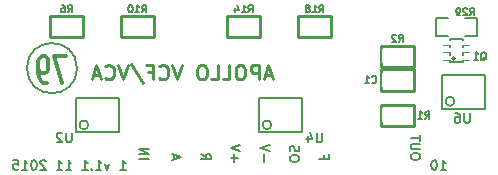
<source format=gbo>
G04 #@! TF.FileFunction,Legend,Bot*
%FSLAX46Y46*%
G04 Gerber Fmt 4.6, Leading zero omitted, Abs format (unit mm)*
G04 Created by KiCad (PCBNEW (2015-11-11 BZR 6310, Git 8f79b4f)-product) date 2015-11-18 1:22:02 PM*
%MOMM*%
G01*
G04 APERTURE LIST*
%ADD10C,0.150000*%
%ADD11C,0.152400*%
%ADD12C,0.200000*%
%ADD13C,0.300000*%
%ADD14C,0.254000*%
%ADD15C,0.066040*%
%ADD16C,0.203200*%
%ADD17C,0.127000*%
%ADD18R,1.350000X3.500000*%
%ADD19R,0.797560X0.398780*%
%ADD20R,1.143000X1.397000*%
%ADD21R,1.300480X0.299720*%
%ADD22R,0.812800X1.143000*%
G04 APERTURE END LIST*
D10*
D11*
X103602704Y-97075829D02*
X103409180Y-97617695D01*
X103215656Y-97075829D01*
X102480266Y-97617695D02*
X102944723Y-97617695D01*
X102712494Y-97617695D02*
X102712494Y-96804895D01*
X102789904Y-96921010D01*
X102867313Y-96998419D01*
X102944723Y-97037124D01*
X102131923Y-97540286D02*
X102093218Y-97578990D01*
X102131923Y-97617695D01*
X102170628Y-97578990D01*
X102131923Y-97540286D01*
X102131923Y-97617695D01*
X101319123Y-97617695D02*
X101783580Y-97617695D01*
X101551351Y-97617695D02*
X101551351Y-96804895D01*
X101628761Y-96921010D01*
X101706170Y-96998419D01*
X101783580Y-97037124D01*
X99925752Y-97617695D02*
X100390209Y-97617695D01*
X100157980Y-97617695D02*
X100157980Y-96804895D01*
X100235390Y-96921010D01*
X100312799Y-96998419D01*
X100390209Y-97037124D01*
X99151657Y-97617695D02*
X99616114Y-97617695D01*
X99383885Y-97617695D02*
X99383885Y-96804895D01*
X99461295Y-96921010D01*
X99538704Y-96998419D01*
X99616114Y-97037124D01*
X98222743Y-96882305D02*
X98184038Y-96843600D01*
X98106629Y-96804895D01*
X97913105Y-96804895D01*
X97835695Y-96843600D01*
X97796991Y-96882305D01*
X97758286Y-96959714D01*
X97758286Y-97037124D01*
X97796991Y-97153238D01*
X98261448Y-97617695D01*
X97758286Y-97617695D01*
X97255124Y-96804895D02*
X97177715Y-96804895D01*
X97100305Y-96843600D01*
X97061600Y-96882305D01*
X97022896Y-96959714D01*
X96984191Y-97114533D01*
X96984191Y-97308057D01*
X97022896Y-97462876D01*
X97061600Y-97540286D01*
X97100305Y-97578990D01*
X97177715Y-97617695D01*
X97255124Y-97617695D01*
X97332534Y-97578990D01*
X97371238Y-97540286D01*
X97409943Y-97462876D01*
X97448648Y-97308057D01*
X97448648Y-97114533D01*
X97409943Y-96959714D01*
X97371238Y-96882305D01*
X97332534Y-96843600D01*
X97255124Y-96804895D01*
X96210096Y-97617695D02*
X96674553Y-97617695D01*
X96442324Y-97617695D02*
X96442324Y-96804895D01*
X96519734Y-96921010D01*
X96597143Y-96998419D01*
X96674553Y-97037124D01*
X95474706Y-96804895D02*
X95861753Y-96804895D01*
X95900458Y-97191943D01*
X95861753Y-97153238D01*
X95784344Y-97114533D01*
X95590820Y-97114533D01*
X95513410Y-97153238D01*
X95474706Y-97191943D01*
X95436001Y-97269352D01*
X95436001Y-97462876D01*
X95474706Y-97540286D01*
X95513410Y-97578990D01*
X95590820Y-97617695D01*
X95784344Y-97617695D01*
X95861753Y-97578990D01*
X95900458Y-97540286D01*
D12*
X100871320Y-89000000D02*
G75*
G03X100871320Y-89000000I-2121320J0D01*
G01*
D13*
X99983715Y-87998143D02*
X98967715Y-87998143D01*
X99620858Y-90284143D01*
X98314571Y-90284143D02*
X98024286Y-90284143D01*
X97879143Y-90175286D01*
X97806571Y-90066429D01*
X97661429Y-89739857D01*
X97588857Y-89304429D01*
X97588857Y-88433571D01*
X97661429Y-88215857D01*
X97734000Y-88107000D01*
X97879143Y-87998143D01*
X98169429Y-87998143D01*
X98314571Y-88107000D01*
X98387143Y-88215857D01*
X98459714Y-88433571D01*
X98459714Y-88977857D01*
X98387143Y-89195571D01*
X98314571Y-89304429D01*
X98169429Y-89413286D01*
X97879143Y-89413286D01*
X97734000Y-89304429D01*
X97661429Y-89195571D01*
X97588857Y-88977857D01*
D14*
X117376457Y-89603200D02*
X116795886Y-89603200D01*
X117492572Y-89951543D02*
X117086172Y-88732343D01*
X116679772Y-89951543D01*
X116273371Y-89951543D02*
X116273371Y-88732343D01*
X115808914Y-88732343D01*
X115692800Y-88790400D01*
X115634743Y-88848457D01*
X115576686Y-88964571D01*
X115576686Y-89138743D01*
X115634743Y-89254857D01*
X115692800Y-89312914D01*
X115808914Y-89370971D01*
X116273371Y-89370971D01*
X114821943Y-88732343D02*
X114589714Y-88732343D01*
X114473600Y-88790400D01*
X114357486Y-88906514D01*
X114299428Y-89138743D01*
X114299428Y-89545143D01*
X114357486Y-89777371D01*
X114473600Y-89893486D01*
X114589714Y-89951543D01*
X114821943Y-89951543D01*
X114938057Y-89893486D01*
X115054171Y-89777371D01*
X115112228Y-89545143D01*
X115112228Y-89138743D01*
X115054171Y-88906514D01*
X114938057Y-88790400D01*
X114821943Y-88732343D01*
X113196343Y-89951543D02*
X113776914Y-89951543D01*
X113776914Y-88732343D01*
X112209372Y-89951543D02*
X112789943Y-89951543D01*
X112789943Y-88732343D01*
X111570744Y-88732343D02*
X111338515Y-88732343D01*
X111222401Y-88790400D01*
X111106287Y-88906514D01*
X111048229Y-89138743D01*
X111048229Y-89545143D01*
X111106287Y-89777371D01*
X111222401Y-89893486D01*
X111338515Y-89951543D01*
X111570744Y-89951543D01*
X111686858Y-89893486D01*
X111802972Y-89777371D01*
X111861029Y-89545143D01*
X111861029Y-89138743D01*
X111802972Y-88906514D01*
X111686858Y-88790400D01*
X111570744Y-88732343D01*
X109770973Y-88732343D02*
X109364573Y-89951543D01*
X108958173Y-88732343D01*
X107855087Y-89835429D02*
X107913144Y-89893486D01*
X108087315Y-89951543D01*
X108203429Y-89951543D01*
X108377601Y-89893486D01*
X108493715Y-89777371D01*
X108551772Y-89661257D01*
X108609829Y-89429029D01*
X108609829Y-89254857D01*
X108551772Y-89022629D01*
X108493715Y-88906514D01*
X108377601Y-88790400D01*
X108203429Y-88732343D01*
X108087315Y-88732343D01*
X107913144Y-88790400D01*
X107855087Y-88848457D01*
X106926172Y-89312914D02*
X107332572Y-89312914D01*
X107332572Y-89951543D02*
X107332572Y-88732343D01*
X106752001Y-88732343D01*
X105416686Y-88674286D02*
X106461715Y-90241829D01*
X105184458Y-88732343D02*
X104778058Y-89951543D01*
X104371658Y-88732343D01*
X103268572Y-89835429D02*
X103326629Y-89893486D01*
X103500800Y-89951543D01*
X103616914Y-89951543D01*
X103791086Y-89893486D01*
X103907200Y-89777371D01*
X103965257Y-89661257D01*
X104023314Y-89429029D01*
X104023314Y-89254857D01*
X103965257Y-89022629D01*
X103907200Y-88906514D01*
X103791086Y-88790400D01*
X103616914Y-88732343D01*
X103500800Y-88732343D01*
X103326629Y-88790400D01*
X103268572Y-88848457D01*
X102804114Y-89603200D02*
X102223543Y-89603200D01*
X102920229Y-89951543D02*
X102513829Y-88732343D01*
X102107429Y-89951543D01*
D11*
X104517771Y-97617695D02*
X104982228Y-97617695D01*
X104749999Y-97617695D02*
X104749999Y-96804895D01*
X104827409Y-96921010D01*
X104904818Y-96998419D01*
X104982228Y-97037124D01*
X131654819Y-97617695D02*
X132119276Y-97617695D01*
X131887047Y-97617695D02*
X131887047Y-96804895D01*
X131964457Y-96921010D01*
X132041866Y-96998419D01*
X132119276Y-97037124D01*
X131151657Y-96804895D02*
X131074248Y-96804895D01*
X130996838Y-96843600D01*
X130958133Y-96882305D01*
X130919429Y-96959714D01*
X130880724Y-97114533D01*
X130880724Y-97308057D01*
X130919429Y-97462876D01*
X130958133Y-97540286D01*
X130996838Y-97578990D01*
X131074248Y-97617695D01*
X131151657Y-97617695D01*
X131229067Y-97578990D01*
X131267771Y-97540286D01*
X131306476Y-97462876D01*
X131345181Y-97308057D01*
X131345181Y-97114533D01*
X131306476Y-96959714D01*
X131267771Y-96882305D01*
X131229067Y-96843600D01*
X131151657Y-96804895D01*
X106132305Y-96675752D02*
X106945105Y-96675752D01*
X106132305Y-96288704D02*
X106945105Y-96288704D01*
X106132305Y-95824247D01*
X106945105Y-95824247D01*
X129945105Y-96562800D02*
X129945105Y-96407981D01*
X129906400Y-96330572D01*
X129828990Y-96253162D01*
X129674171Y-96214457D01*
X129403238Y-96214457D01*
X129248419Y-96253162D01*
X129171010Y-96330572D01*
X129132305Y-96407981D01*
X129132305Y-96562800D01*
X129171010Y-96640210D01*
X129248419Y-96717619D01*
X129403238Y-96756324D01*
X129674171Y-96756324D01*
X129828990Y-96717619D01*
X129906400Y-96640210D01*
X129945105Y-96562800D01*
X129945105Y-95866114D02*
X129287124Y-95866114D01*
X129209714Y-95827409D01*
X129171010Y-95788705D01*
X129132305Y-95711295D01*
X129132305Y-95556476D01*
X129171010Y-95479067D01*
X129209714Y-95440362D01*
X129287124Y-95401657D01*
X129945105Y-95401657D01*
X129945105Y-95130723D02*
X129945105Y-94666266D01*
X129132305Y-94898495D02*
X129945105Y-94898495D01*
X121808057Y-96383886D02*
X121808057Y-96654819D01*
X121382305Y-96654819D02*
X122195105Y-96654819D01*
X122195105Y-96267772D01*
X119695105Y-96714457D02*
X119695105Y-96559638D01*
X119656400Y-96482229D01*
X119578990Y-96404819D01*
X119424171Y-96366114D01*
X119153238Y-96366114D01*
X118998419Y-96404819D01*
X118921010Y-96482229D01*
X118882305Y-96559638D01*
X118882305Y-96714457D01*
X118921010Y-96791867D01*
X118998419Y-96869276D01*
X119153238Y-96907981D01*
X119424171Y-96907981D01*
X119578990Y-96869276D01*
X119656400Y-96791867D01*
X119695105Y-96714457D01*
X118921010Y-96056476D02*
X118882305Y-95940362D01*
X118882305Y-95746838D01*
X118921010Y-95669428D01*
X118959714Y-95630724D01*
X119037124Y-95592019D01*
X119114533Y-95592019D01*
X119191943Y-95630724D01*
X119230648Y-95669428D01*
X119269352Y-95746838D01*
X119308057Y-95901657D01*
X119346762Y-95979066D01*
X119385467Y-96017771D01*
X119462876Y-96056476D01*
X119540286Y-96056476D01*
X119617695Y-96017771D01*
X119656400Y-95979066D01*
X119695105Y-95901657D01*
X119695105Y-95708133D01*
X119656400Y-95592019D01*
X109114533Y-96693524D02*
X109114533Y-96306476D01*
X108882305Y-96770933D02*
X109695105Y-96500000D01*
X108882305Y-96229067D01*
X111382305Y-96248419D02*
X111769352Y-96519352D01*
X111382305Y-96712876D02*
X112195105Y-96712876D01*
X112195105Y-96403238D01*
X112156400Y-96325829D01*
X112117695Y-96287124D01*
X112040286Y-96248419D01*
X111924171Y-96248419D01*
X111846762Y-96287124D01*
X111808057Y-96325829D01*
X111769352Y-96403238D01*
X111769352Y-96712876D01*
X116691943Y-96907981D02*
X116691943Y-96288705D01*
X117195105Y-96017771D02*
X116382305Y-95746838D01*
X117195105Y-95475905D01*
X114191943Y-96907981D02*
X114191943Y-96288705D01*
X113882305Y-96598343D02*
X114501581Y-96598343D01*
X114695105Y-96017771D02*
X113882305Y-95746838D01*
X114695105Y-95475905D01*
D15*
X131900180Y-88297560D02*
X131900180Y-87997840D01*
X131900180Y-87997840D02*
X132400560Y-87997840D01*
X132400560Y-88297560D02*
X132400560Y-87997840D01*
X131900180Y-88297560D02*
X132400560Y-88297560D01*
X131900180Y-87649860D02*
X131900180Y-87350140D01*
X131900180Y-87350140D02*
X132400560Y-87350140D01*
X132400560Y-87649860D02*
X132400560Y-87350140D01*
X131900180Y-87649860D02*
X132400560Y-87649860D01*
X131900180Y-87002160D02*
X131900180Y-86702440D01*
X131900180Y-86702440D02*
X132400560Y-86702440D01*
X132400560Y-87002160D02*
X132400560Y-86702440D01*
X131900180Y-87002160D02*
X132400560Y-87002160D01*
X133599440Y-87002160D02*
X133599440Y-86702440D01*
X133599440Y-86702440D02*
X134099820Y-86702440D01*
X134099820Y-87002160D02*
X134099820Y-86702440D01*
X133599440Y-87002160D02*
X134099820Y-87002160D01*
X133599440Y-87649860D02*
X133599440Y-87350140D01*
X133599440Y-87350140D02*
X134099820Y-87350140D01*
X134099820Y-87649860D02*
X134099820Y-87350140D01*
X133599440Y-87649860D02*
X134099820Y-87649860D01*
X133599440Y-88297560D02*
X133599440Y-87997840D01*
X133599440Y-87997840D02*
X134099820Y-87997840D01*
X134099820Y-88297560D02*
X134099820Y-87997840D01*
X133599440Y-88297560D02*
X134099820Y-88297560D01*
D16*
X133548640Y-88498220D02*
X133548640Y-86501780D01*
X133548640Y-86501780D02*
X132451360Y-86501780D01*
X132451360Y-86501780D02*
X132451360Y-88498220D01*
X132451360Y-88498220D02*
X133548640Y-88498220D01*
D11*
X132855251Y-88198500D02*
G75*
G03X132855251Y-88198500I-104171J0D01*
G01*
D17*
X133711200Y-86262000D02*
X134727200Y-86262000D01*
X134727200Y-86262000D02*
X134727200Y-84738000D01*
X134727200Y-84738000D02*
X133711200Y-84738000D01*
X132288800Y-84738000D02*
X131272800Y-84738000D01*
X131272800Y-84738000D02*
X131272800Y-86262000D01*
X131272800Y-86262000D02*
X132288800Y-86262000D01*
D12*
X104400000Y-94430000D02*
X104400000Y-91570000D01*
X104400000Y-91570000D02*
X100800000Y-91570000D01*
X100800000Y-91570000D02*
X100800000Y-94430000D01*
X100822000Y-94438000D02*
X104378000Y-94438000D01*
X101838000Y-93803000D02*
G75*
G03X101838000Y-93803000I-381000J0D01*
G01*
X119900000Y-94430000D02*
X119900000Y-91570000D01*
X119900000Y-91570000D02*
X116300000Y-91570000D01*
X116300000Y-91570000D02*
X116300000Y-94430000D01*
X116322000Y-94438000D02*
X119878000Y-94438000D01*
X117338000Y-93803000D02*
G75*
G03X117338000Y-93803000I-381000J0D01*
G01*
X135400000Y-92430000D02*
X135400000Y-89570000D01*
X135400000Y-89570000D02*
X131800000Y-89570000D01*
X131800000Y-89570000D02*
X131800000Y-92430000D01*
X131822000Y-92438000D02*
X135378000Y-92438000D01*
X132838000Y-91803000D02*
G75*
G03X132838000Y-91803000I-381000J0D01*
G01*
D14*
X126600000Y-89100000D02*
X129400000Y-89100000D01*
X129400000Y-89100000D02*
X129400000Y-90900000D01*
X129400000Y-90900000D02*
X126600000Y-90900000D01*
X126600000Y-90900000D02*
X126600000Y-89100000D01*
X119600000Y-84600000D02*
X122400000Y-84600000D01*
X122400000Y-84600000D02*
X122400000Y-86400000D01*
X122400000Y-86400000D02*
X119600000Y-86400000D01*
X119600000Y-86400000D02*
X119600000Y-84600000D01*
X116400000Y-86400000D02*
X113600000Y-86400000D01*
X113600000Y-86400000D02*
X113600000Y-84600000D01*
X113600000Y-84600000D02*
X116400000Y-84600000D01*
X116400000Y-84600000D02*
X116400000Y-86400000D01*
X104600000Y-84600000D02*
X107400000Y-84600000D01*
X107400000Y-84600000D02*
X107400000Y-86400000D01*
X107400000Y-86400000D02*
X104600000Y-86400000D01*
X104600000Y-86400000D02*
X104600000Y-84600000D01*
X101400000Y-86400000D02*
X98600000Y-86400000D01*
X98600000Y-86400000D02*
X98600000Y-84600000D01*
X98600000Y-84600000D02*
X101400000Y-84600000D01*
X101400000Y-84600000D02*
X101400000Y-86400000D01*
X129400000Y-88900000D02*
X126600000Y-88900000D01*
X126600000Y-88900000D02*
X126600000Y-87100000D01*
X126600000Y-87100000D02*
X129400000Y-87100000D01*
X129400000Y-87100000D02*
X129400000Y-88900000D01*
X129400000Y-93900000D02*
X126600000Y-93900000D01*
X126600000Y-93900000D02*
X126600000Y-92100000D01*
X126600000Y-92100000D02*
X129400000Y-92100000D01*
X129400000Y-92100000D02*
X129400000Y-93900000D01*
D11*
X135058057Y-88333829D02*
X135116114Y-88304800D01*
X135174171Y-88246743D01*
X135261257Y-88159657D01*
X135319314Y-88130629D01*
X135377371Y-88130629D01*
X135348343Y-88275771D02*
X135406400Y-88246743D01*
X135464457Y-88188686D01*
X135493486Y-88072571D01*
X135493486Y-87869371D01*
X135464457Y-87753257D01*
X135406400Y-87695200D01*
X135348343Y-87666171D01*
X135232229Y-87666171D01*
X135174171Y-87695200D01*
X135116114Y-87753257D01*
X135087086Y-87869371D01*
X135087086Y-88072571D01*
X135116114Y-88188686D01*
X135174171Y-88246743D01*
X135232229Y-88275771D01*
X135348343Y-88275771D01*
X134506514Y-88275771D02*
X134854857Y-88275771D01*
X134680685Y-88275771D02*
X134680685Y-87666171D01*
X134738742Y-87753257D01*
X134796800Y-87811314D01*
X134854857Y-87840343D01*
X134141885Y-84525771D02*
X134345085Y-84235486D01*
X134490228Y-84525771D02*
X134490228Y-83916171D01*
X134258000Y-83916171D01*
X134199942Y-83945200D01*
X134170914Y-83974229D01*
X134141885Y-84032286D01*
X134141885Y-84119371D01*
X134170914Y-84177429D01*
X134199942Y-84206457D01*
X134258000Y-84235486D01*
X134490228Y-84235486D01*
X133909657Y-83974229D02*
X133880628Y-83945200D01*
X133822571Y-83916171D01*
X133677428Y-83916171D01*
X133619371Y-83945200D01*
X133590342Y-83974229D01*
X133561314Y-84032286D01*
X133561314Y-84090343D01*
X133590342Y-84177429D01*
X133938685Y-84525771D01*
X133561314Y-84525771D01*
X133271029Y-84525771D02*
X133154914Y-84525771D01*
X133096857Y-84496743D01*
X133067829Y-84467714D01*
X133009771Y-84380629D01*
X132980743Y-84264514D01*
X132980743Y-84032286D01*
X133009771Y-83974229D01*
X133038800Y-83945200D01*
X133096857Y-83916171D01*
X133212971Y-83916171D01*
X133271029Y-83945200D01*
X133300057Y-83974229D01*
X133329086Y-84032286D01*
X133329086Y-84177429D01*
X133300057Y-84235486D01*
X133271029Y-84264514D01*
X133212971Y-84293543D01*
X133096857Y-84293543D01*
X133038800Y-84264514D01*
X133009771Y-84235486D01*
X132980743Y-84177429D01*
X100419276Y-94454895D02*
X100419276Y-95112876D01*
X100380571Y-95190286D01*
X100341867Y-95228990D01*
X100264457Y-95267695D01*
X100109638Y-95267695D01*
X100032229Y-95228990D01*
X99993524Y-95190286D01*
X99954819Y-95112876D01*
X99954819Y-94454895D01*
X99606476Y-94532305D02*
X99567771Y-94493600D01*
X99490362Y-94454895D01*
X99296838Y-94454895D01*
X99219428Y-94493600D01*
X99180724Y-94532305D01*
X99142019Y-94609714D01*
X99142019Y-94687124D01*
X99180724Y-94803238D01*
X99645181Y-95267695D01*
X99142019Y-95267695D01*
X121619276Y-94454895D02*
X121619276Y-95112876D01*
X121580571Y-95190286D01*
X121541867Y-95228990D01*
X121464457Y-95267695D01*
X121309638Y-95267695D01*
X121232229Y-95228990D01*
X121193524Y-95190286D01*
X121154819Y-95112876D01*
X121154819Y-94454895D01*
X120419428Y-94725829D02*
X120419428Y-95267695D01*
X120612952Y-94416190D02*
X120806476Y-94996762D01*
X120303314Y-94996762D01*
X134119276Y-92804895D02*
X134119276Y-93462876D01*
X134080571Y-93540286D01*
X134041867Y-93578990D01*
X133964457Y-93617695D01*
X133809638Y-93617695D01*
X133732229Y-93578990D01*
X133693524Y-93540286D01*
X133654819Y-93462876D01*
X133654819Y-92804895D01*
X132919428Y-92804895D02*
X133074247Y-92804895D01*
X133151657Y-92843600D01*
X133190362Y-92882305D01*
X133267771Y-92998419D01*
X133306476Y-93153238D01*
X133306476Y-93462876D01*
X133267771Y-93540286D01*
X133229066Y-93578990D01*
X133151657Y-93617695D01*
X132996838Y-93617695D01*
X132919428Y-93578990D01*
X132880724Y-93540286D01*
X132842019Y-93462876D01*
X132842019Y-93269352D01*
X132880724Y-93191943D01*
X132919428Y-93153238D01*
X132996838Y-93114533D01*
X133151657Y-93114533D01*
X133229066Y-93153238D01*
X133267771Y-93191943D01*
X133306476Y-93269352D01*
X125851599Y-90217714D02*
X125880628Y-90246743D01*
X125967714Y-90275771D01*
X126025771Y-90275771D01*
X126112856Y-90246743D01*
X126170914Y-90188686D01*
X126199942Y-90130629D01*
X126228971Y-90014514D01*
X126228971Y-89927429D01*
X126199942Y-89811314D01*
X126170914Y-89753257D01*
X126112856Y-89695200D01*
X126025771Y-89666171D01*
X125967714Y-89666171D01*
X125880628Y-89695200D01*
X125851599Y-89724229D01*
X125271028Y-90275771D02*
X125619371Y-90275771D01*
X125445199Y-90275771D02*
X125445199Y-89666171D01*
X125503256Y-89753257D01*
X125561314Y-89811314D01*
X125619371Y-89840343D01*
X121391885Y-84275771D02*
X121595085Y-83985486D01*
X121740228Y-84275771D02*
X121740228Y-83666171D01*
X121508000Y-83666171D01*
X121449942Y-83695200D01*
X121420914Y-83724229D01*
X121391885Y-83782286D01*
X121391885Y-83869371D01*
X121420914Y-83927429D01*
X121449942Y-83956457D01*
X121508000Y-83985486D01*
X121740228Y-83985486D01*
X120811314Y-84275771D02*
X121159657Y-84275771D01*
X120985485Y-84275771D02*
X120985485Y-83666171D01*
X121043542Y-83753257D01*
X121101600Y-83811314D01*
X121159657Y-83840343D01*
X120462971Y-83927429D02*
X120521029Y-83898400D01*
X120550057Y-83869371D01*
X120579086Y-83811314D01*
X120579086Y-83782286D01*
X120550057Y-83724229D01*
X120521029Y-83695200D01*
X120462971Y-83666171D01*
X120346857Y-83666171D01*
X120288800Y-83695200D01*
X120259771Y-83724229D01*
X120230743Y-83782286D01*
X120230743Y-83811314D01*
X120259771Y-83869371D01*
X120288800Y-83898400D01*
X120346857Y-83927429D01*
X120462971Y-83927429D01*
X120521029Y-83956457D01*
X120550057Y-83985486D01*
X120579086Y-84043543D01*
X120579086Y-84159657D01*
X120550057Y-84217714D01*
X120521029Y-84246743D01*
X120462971Y-84275771D01*
X120346857Y-84275771D01*
X120288800Y-84246743D01*
X120259771Y-84217714D01*
X120230743Y-84159657D01*
X120230743Y-84043543D01*
X120259771Y-83985486D01*
X120288800Y-83956457D01*
X120346857Y-83927429D01*
X115391885Y-84275771D02*
X115595085Y-83985486D01*
X115740228Y-84275771D02*
X115740228Y-83666171D01*
X115508000Y-83666171D01*
X115449942Y-83695200D01*
X115420914Y-83724229D01*
X115391885Y-83782286D01*
X115391885Y-83869371D01*
X115420914Y-83927429D01*
X115449942Y-83956457D01*
X115508000Y-83985486D01*
X115740228Y-83985486D01*
X114811314Y-84275771D02*
X115159657Y-84275771D01*
X114985485Y-84275771D02*
X114985485Y-83666171D01*
X115043542Y-83753257D01*
X115101600Y-83811314D01*
X115159657Y-83840343D01*
X114288800Y-83869371D02*
X114288800Y-84275771D01*
X114433943Y-83637143D02*
X114579086Y-84072571D01*
X114201714Y-84072571D01*
X106391885Y-84275771D02*
X106595085Y-83985486D01*
X106740228Y-84275771D02*
X106740228Y-83666171D01*
X106508000Y-83666171D01*
X106449942Y-83695200D01*
X106420914Y-83724229D01*
X106391885Y-83782286D01*
X106391885Y-83869371D01*
X106420914Y-83927429D01*
X106449942Y-83956457D01*
X106508000Y-83985486D01*
X106740228Y-83985486D01*
X105811314Y-84275771D02*
X106159657Y-84275771D01*
X105985485Y-84275771D02*
X105985485Y-83666171D01*
X106043542Y-83753257D01*
X106101600Y-83811314D01*
X106159657Y-83840343D01*
X105433943Y-83666171D02*
X105375886Y-83666171D01*
X105317829Y-83695200D01*
X105288800Y-83724229D01*
X105259771Y-83782286D01*
X105230743Y-83898400D01*
X105230743Y-84043543D01*
X105259771Y-84159657D01*
X105288800Y-84217714D01*
X105317829Y-84246743D01*
X105375886Y-84275771D01*
X105433943Y-84275771D01*
X105492000Y-84246743D01*
X105521029Y-84217714D01*
X105550057Y-84159657D01*
X105579086Y-84043543D01*
X105579086Y-83898400D01*
X105550057Y-83782286D01*
X105521029Y-83724229D01*
X105492000Y-83695200D01*
X105433943Y-83666171D01*
X100101599Y-84275771D02*
X100304799Y-83985486D01*
X100449942Y-84275771D02*
X100449942Y-83666171D01*
X100217714Y-83666171D01*
X100159656Y-83695200D01*
X100130628Y-83724229D01*
X100101599Y-83782286D01*
X100101599Y-83869371D01*
X100130628Y-83927429D01*
X100159656Y-83956457D01*
X100217714Y-83985486D01*
X100449942Y-83985486D01*
X99579085Y-83666171D02*
X99695199Y-83666171D01*
X99753256Y-83695200D01*
X99782285Y-83724229D01*
X99840342Y-83811314D01*
X99869371Y-83927429D01*
X99869371Y-84159657D01*
X99840342Y-84217714D01*
X99811314Y-84246743D01*
X99753256Y-84275771D01*
X99637142Y-84275771D01*
X99579085Y-84246743D01*
X99550056Y-84217714D01*
X99521028Y-84159657D01*
X99521028Y-84014514D01*
X99550056Y-83956457D01*
X99579085Y-83927429D01*
X99637142Y-83898400D01*
X99753256Y-83898400D01*
X99811314Y-83927429D01*
X99840342Y-83956457D01*
X99869371Y-84014514D01*
X128101599Y-86775771D02*
X128304799Y-86485486D01*
X128449942Y-86775771D02*
X128449942Y-86166171D01*
X128217714Y-86166171D01*
X128159656Y-86195200D01*
X128130628Y-86224229D01*
X128101599Y-86282286D01*
X128101599Y-86369371D01*
X128130628Y-86427429D01*
X128159656Y-86456457D01*
X128217714Y-86485486D01*
X128449942Y-86485486D01*
X127869371Y-86224229D02*
X127840342Y-86195200D01*
X127782285Y-86166171D01*
X127637142Y-86166171D01*
X127579085Y-86195200D01*
X127550056Y-86224229D01*
X127521028Y-86282286D01*
X127521028Y-86340343D01*
X127550056Y-86427429D01*
X127898399Y-86775771D01*
X127521028Y-86775771D01*
X130351599Y-93275771D02*
X130554799Y-92985486D01*
X130699942Y-93275771D02*
X130699942Y-92666171D01*
X130467714Y-92666171D01*
X130409656Y-92695200D01*
X130380628Y-92724229D01*
X130351599Y-92782286D01*
X130351599Y-92869371D01*
X130380628Y-92927429D01*
X130409656Y-92956457D01*
X130467714Y-92985486D01*
X130699942Y-92985486D01*
X129771028Y-93275771D02*
X130119371Y-93275771D01*
X129945199Y-93275771D02*
X129945199Y-92666171D01*
X130003256Y-92753257D01*
X130061314Y-92811314D01*
X130119371Y-92840343D01*
%LPC*%
D18*
X106570000Y-99000000D03*
X109110000Y-99000000D03*
X111650000Y-99000000D03*
X114190000Y-99000000D03*
X116730000Y-99000000D03*
X119270000Y-99000000D03*
X121810000Y-99000000D03*
X124350000Y-99000000D03*
X126890000Y-99000000D03*
X129430000Y-99000000D03*
D19*
X132202440Y-88147700D03*
X132202440Y-87500000D03*
X132202440Y-86852300D03*
X133797560Y-86852300D03*
X133797560Y-87500000D03*
X133797560Y-88147700D03*
D20*
X134079500Y-85500000D03*
X131920500Y-85500000D03*
D21*
X99806000Y-93955400D03*
X99806000Y-93320400D03*
X99806000Y-92660000D03*
X99806000Y-92025000D03*
X105394000Y-92025000D03*
X105394000Y-92672700D03*
X105394000Y-93320400D03*
X105394000Y-93968100D03*
X115306000Y-93955400D03*
X115306000Y-93320400D03*
X115306000Y-92660000D03*
X115306000Y-92025000D03*
X120894000Y-92025000D03*
X120894000Y-92672700D03*
X120894000Y-93320400D03*
X120894000Y-93968100D03*
X130806000Y-91955400D03*
X130806000Y-91320400D03*
X130806000Y-90660000D03*
X130806000Y-90025000D03*
X136394000Y-90025000D03*
X136394000Y-90672700D03*
X136394000Y-91320400D03*
X136394000Y-91968100D03*
D22*
X127149100Y-90000000D03*
X128850900Y-90000000D03*
X120149100Y-85500000D03*
X121850900Y-85500000D03*
X115850900Y-85500000D03*
X114149100Y-85500000D03*
X105149100Y-85500000D03*
X106850900Y-85500000D03*
X100850900Y-85500000D03*
X99149100Y-85500000D03*
X128850900Y-88000000D03*
X127149100Y-88000000D03*
X128850900Y-93000000D03*
X127149100Y-93000000D03*
M02*

</source>
